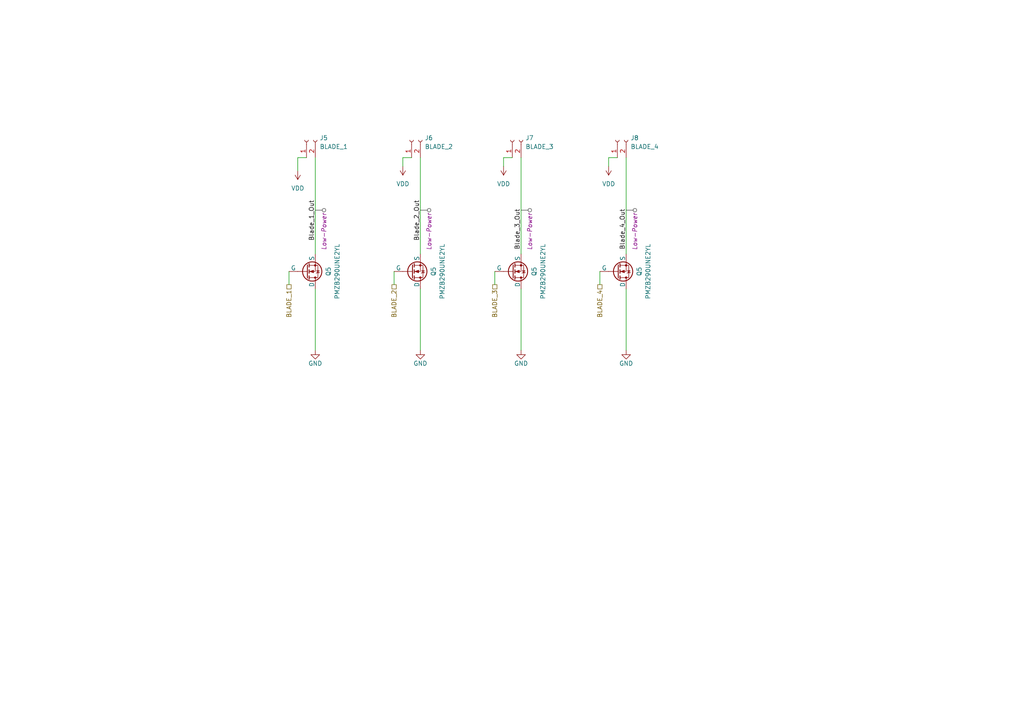
<source format=kicad_sch>
(kicad_sch (version 20230121) (generator eeschema)
  (paper "A4")
  (lib_symbols
    (symbol "Connector:Conn_01x02_Socket" (pin_names (offset 1.016) hide)
      (property "Reference" "J" (at 0 2.54 0))
      (property "Value" "Conn_01x02_Socket" (at 0 -5.08 0))
      (symbol "Conn_01x02_Socket_1_1"
        (arc (start 0 -2.032) (mid -0.5058 -2.54) (end 0 -3.048) (stroke (width 0.1524)))
        (polyline (pts (xy -1.27 -2.54) (xy -0.508 -2.54)) (stroke (width 0.1524)))
        (polyline (pts (xy -1.27 0) (xy -0.508 0)) (stroke (width 0.1524)))
        (arc (start 0 0.508) (mid -0.5058 0) (end 0 -0.508) (stroke (width 0.1524)))
        (pin passive line (at -5.08 0 0) (length 3.81) (name "Pin_1") (number "1"))
        (pin passive line (at -5.08 -2.54 0) (length 3.81) (name "Pin_2") (number "2"))
      )
    )
    (symbol "Simulation_SPICE:NMOS" (pin_numbers hide) (pin_names (offset 0))
      (property "Reference" "Q" (at 5.08 1.27 0))
      (property "Value" "NMOS" (at 5.08 -1.27 0))
      (symbol "NMOS_0_1"
        (polyline (pts (xy 0.254 0) (xy -2.54 0)))
        (polyline (pts (xy 0.254 1.905) (xy 0.254 -1.905)) (stroke (width 0.254)))
        (polyline (pts (xy 0.762 -1.27) (xy 0.762 -2.286)) (stroke (width 0.254)))
        (polyline (pts (xy 0.762 0.508) (xy 0.762 -0.508)) (stroke (width 0.254)))
        (polyline (pts (xy 0.762 2.286) (xy 0.762 1.27)) (stroke (width 0.254)))
        (polyline (pts (xy 2.54 2.54) (xy 2.54 1.778)))
        (polyline (pts (xy 2.54 -2.54) (xy 2.54 0) (xy 0.762 0)))
        (polyline (pts (xy 0.762 -1.778) (xy 3.302 -1.778) (xy 3.302 1.778) (xy 0.762 1.778)))
        (polyline (pts (xy 1.016 0) (xy 2.032 0.381) (xy 2.032 -0.381) (xy 1.016 0)) (fill (type outline)))
        (polyline (pts (xy 2.794 0.508) (xy 2.921 0.381) (xy 3.683 0.381) (xy 3.81 0.254)))
        (polyline (pts (xy 3.302 0.381) (xy 2.921 -0.254) (xy 3.683 -0.254) (xy 3.302 0.381)))
        (circle (center 1.651 0) (radius 2.794) (stroke (width 0.254)))
        (circle (center 2.54 -1.778) (radius 0.254) (fill (type outline)))
        (circle (center 2.54 1.778) (radius 0.254) (fill (type outline)))
      )
      (symbol "NMOS_1_1"
        (pin passive line (at 2.54 5.08 270) (length 2.54) (name "D") (number "1"))
        (pin input line (at -5.08 0 0) (length 2.54) (name "G") (number "2"))
        (pin passive line (at 2.54 -5.08 90) (length 2.54) (name "S") (number "3"))
      )
    )
    (symbol "power:GND" (power) (pin_names (offset 0))
      (property "Value" "GND" (at 0 -3.81 0))
      (symbol "GND_0_1"
        (polyline (pts (xy 0 0) (xy 0 -1.27) (xy 1.27 -1.27) (xy 0 -2.54) (xy -1.27 -1.27) (xy 0 -1.27)))
      )
      (symbol "GND_1_1"
        (pin power_in line (at 0 0 270) (length 0) hide (name "GND") (number "1"))
      )
    )
    (symbol "power:VDD" (power) (pin_names (offset 0))
      (property "Value" "VDD" (at 0 3.81 0))
      (symbol "VDD_0_1"
        (polyline (pts (xy -0.762 1.27) (xy 0 2.54)))
        (polyline (pts (xy 0 0) (xy 0 2.54)))
        (polyline (pts (xy 0 2.54) (xy 0.762 1.27)))
      )
      (symbol "VDD_1_1"
        (pin power_in line (at 0 0 90) (length 0) hide (name "VDD") (number "1"))
      )
    )
  )
  (wire (pts (xy 146.05 45.72) (xy 148.59 45.72)))
  (wire (pts (xy 173.99 78.74) (xy 173.99 82.55)))
  (wire (pts (xy 86.36 45.72) (xy 88.9 45.72)))
  (wire (pts (xy 176.53 48.26) (xy 176.53 45.72)))
  (wire (pts (xy 116.84 48.26) (xy 116.84 45.72)))
  (wire (pts (xy 91.44 83.82) (xy 91.44 101.6)))
  (wire (pts (xy 91.44 45.72) (xy 91.44 73.66)))
  (wire (pts (xy 121.92 83.82) (xy 121.92 101.6)))
  (wire (pts (xy 151.13 45.72) (xy 151.13 73.66)))
  (wire (pts (xy 143.51 78.74) (xy 143.51 82.55)))
  (wire (pts (xy 86.36 49.53) (xy 86.36 45.72)))
  (wire (pts (xy 116.84 45.72) (xy 119.38 45.72)))
  (wire (pts (xy 83.82 78.74) (xy 83.82 82.55)))
  (wire (pts (xy 181.61 83.82) (xy 181.61 101.6)))
  (wire (pts (xy 151.13 83.82) (xy 151.13 101.6)))
  (wire (pts (xy 114.3 78.74) (xy 114.3 82.55)))
  (wire (pts (xy 146.05 48.26) (xy 146.05 45.72)))
  (wire (pts (xy 121.92 45.72) (xy 121.92 73.66)))
  (wire (pts (xy 181.61 45.72) (xy 181.61 73.66)))
  (wire (pts (xy 176.53 45.72) (xy 179.07 45.72)))
  (label "Blade_4_Out" (at 181.61 72.39 90))
  (label "Blade_2_Out" (at 121.92 69.85 90))
  (label "Blade_1_Out" (at 91.44 69.85 90))
  (label "Blade_3_Out" (at 151.13 72.39 90))
  (hierarchical_label "BLADE_1" (shape passive) (at 83.82 82.55 270))
  (hierarchical_label "BLADE_2" (shape passive) (at 114.3 82.55 270))
  (hierarchical_label "BLADE_3" (shape passive) (at 143.51 82.55 270))
  (hierarchical_label "BLADE_4" (shape passive) (at 173.99 82.55 270))
  (netclass_flag "" (length 2.54) (shape round) (at 151.13 60.96 270) (property "Netclass" "Low-Power" (at 153.67 61.6585 90) (effects (font italic) (justify right))))
  (netclass_flag "" (length 2.54) (shape round) (at 91.44 60.96 270) (property "Netclass" "Low-Power" (at 93.98 61.6585 90) (effects (font italic) (justify right))))
  (netclass_flag "" (length 2.54) (shape round) (at 181.61 60.96 270) (property "Netclass" "Low-Power" (at 184.15 61.6585 90) (effects (font italic) (justify right))))
  (netclass_flag "" (length 2.54) (shape round) (at 121.92 60.96 270) (property "Netclass" "Low-Power" (at 124.46 61.6585 90) (effects (font italic) (justify right))))
  (symbol (lib_id "Simulation_SPICE:NMOS") (at 179.07 78.74 0) (mirror x) (unit 1)
    (property "Reference" "Q5" (at 185.42 78.74 90))
    (property "Value" "PMZB290UNE2YL" (at 187.96 78.74 90))
    (property "Footprint" "Package_DFN_QFN:Diodes_DFN1006-3" (effects hide))
    (property "Datasheet" "https://www.mouser.com/datasheet/2/916/PMZB290UNE2-2939118.pdf" (effects hide))
    (property "Sim.Device" "NMOS" (effects hide))
    (property "Sim.Type" "VDMOS" (effects hide))
    (property "JLCPCB Part #" "C547294" (effects hide))
    (property "Manufacturer" "Nexperia" (effects hide))
    (property "Manufacturer_Part_Number" "PMZB290UNE2YL" (effects hide))
    (property "Mouser Part Number" "771-PMZB290UNE2YL " (effects hide))
    (instances (project "system-board" (path "" (reference "Q5") (unit 1)) (path "" (reference "Q8") (unit 1))) (project "stacked-boards" (path "" (reference "Q9") (unit 1))))
  )
  (symbol (lib_id "Simulation_SPICE:NMOS") (at 88.9 78.74 0) (mirror x) (unit 1)
    (property "Reference" "Q5" (at 95.25 78.74 90))
    (property "Value" "PMZB290UNE2YL" (at 97.79 78.74 90))
    (property "Footprint" "Package_DFN_QFN:Diodes_DFN1006-3" (effects hide))
    (property "Datasheet" "https://www.mouser.com/datasheet/2/916/PMZB290UNE2-2939118.pdf" (effects hide))
    (property "Sim.Device" "NMOS" (effects hide))
    (property "Sim.Type" "VDMOS" (effects hide))
    (property "JLCPCB Part #" "C547294" (effects hide))
    (property "Manufacturer" "Nexperia" (effects hide))
    (property "Manufacturer_Part_Number" "PMZB290UNE2YL" (effects hide))
    (property "Mouser Part Number" "771-PMZB290UNE2YL " (effects hide))
    (instances (project "system-board" (path "" (reference "Q5") (unit 1)) (path "" (reference "Q5") (unit 1))) (project "stacked-boards" (path "" (reference "Q9") (unit 1))))
  )
  (symbol (lib_id "power:VDD") (at 146.05 48.26 180) (unit 1)
    (property "Reference" "#PWR051" (effects hide))
    (property "Value" "VDD" (at 146.05 53.34 0))
  )
  (symbol (lib_id "Connector:Conn_01x02_Socket") (at 148.59 40.64 90) (unit 1)
    (property "Reference" "J7" (at 152.4 40.005 90) (effects (justify right)))
    (property "Value" "BLADE_3" (at 152.4 42.545 90) (effects (justify right)))
    (property "Footprint" "Connector_JST:JST_SH_SM02B-SRSS-TB_1x02-1MP_P1.00mm_Horizontal" (effects hide))
  )
  (symbol (lib_id "power:GND") (at 181.61 101.6 0) (unit 1)
    (property "Reference" "#PWR057" (effects hide))
    (property "Value" "GND" (at 181.61 105.41 0))
  )
  (symbol (lib_id "power:GND") (at 151.13 101.6 0) (unit 1)
    (property "Reference" "#PWR056" (effects hide))
    (property "Value" "GND" (at 151.13 105.41 0))
  )
  (symbol (lib_id "Connector:Conn_01x02_Socket") (at 88.9 40.64 90) (unit 1)
    (property "Reference" "J5" (at 92.71 40.005 90) (effects (justify right)))
    (property "Value" "BLADE_1" (at 92.71 42.545 90) (effects (justify right)))
    (property "Footprint" "Connector_JST:JST_SH_SM02B-SRSS-TB_1x02-1MP_P1.00mm_Horizontal" (effects hide))
  )
  (symbol (lib_id "Connector:Conn_01x02_Socket") (at 119.38 40.64 90) (unit 1)
    (property "Reference" "J6" (at 123.19 40.005 90) (effects (justify right)))
    (property "Value" "BLADE_2" (at 123.19 42.545 90) (effects (justify right)))
    (property "Footprint" "Connector_JST:JST_SH_SM02B-SRSS-TB_1x02-1MP_P1.00mm_Horizontal" (effects hide))
  )
  (symbol (lib_id "Connector:Conn_01x02_Socket") (at 179.07 40.64 90) (unit 1)
    (property "Reference" "J8" (at 182.88 40.005 90) (effects (justify right)))
    (property "Value" "BLADE_4" (at 182.88 42.545 90) (effects (justify right)))
    (property "Footprint" "Connector_JST:JST_SH_SM02B-SRSS-TB_1x02-1MP_P1.00mm_Horizontal" (effects hide))
  )
  (symbol (lib_id "Simulation_SPICE:NMOS") (at 148.59 78.74 0) (mirror x) (unit 1)
    (property "Reference" "Q5" (at 154.94 78.74 90))
    (property "Value" "PMZB290UNE2YL" (at 157.48 78.74 90))
    (property "Footprint" "Package_DFN_QFN:Diodes_DFN1006-3" (effects hide))
    (property "Datasheet" "https://www.mouser.com/datasheet/2/916/PMZB290UNE2-2939118.pdf" (effects hide))
    (property "Sim.Device" "NMOS" (effects hide))
    (property "Sim.Type" "VDMOS" (effects hide))
    (property "JLCPCB Part #" "C547294" (effects hide))
    (property "Manufacturer" "Nexperia" (effects hide))
    (property "Manufacturer_Part_Number" "PMZB290UNE2YL" (effects hide))
    (property "Mouser Part Number" "771-PMZB290UNE2YL " (effects hide))
    (instances (project "system-board" (path "" (reference "Q5") (unit 1)) (path "" (reference "Q7") (unit 1))) (project "stacked-boards" (path "" (reference "Q9") (unit 1))))
  )
  (symbol (lib_id "power:VDD") (at 116.84 48.26 180) (unit 1)
    (property "Reference" "#PWR050" (effects hide))
    (property "Value" "VDD" (at 116.84 53.34 0))
  )
  (symbol (lib_id "power:VDD") (at 86.36 49.53 180) (unit 1)
    (property "Reference" "#PWR053" (effects hide))
    (property "Value" "VDD" (at 86.36 54.61 0))
  )
  (symbol (lib_id "power:GND") (at 121.92 101.6 0) (unit 1)
    (property "Reference" "#PWR055" (effects hide))
    (property "Value" "GND" (at 121.92 105.41 0))
  )
  (symbol (lib_id "power:VDD") (at 176.53 48.26 180) (unit 1)
    (property "Reference" "#PWR052" (effects hide))
    (property "Value" "VDD" (at 176.53 53.34 0))
  )
  (symbol (lib_id "power:GND") (at 91.44 101.6 0) (unit 1)
    (property "Reference" "#PWR054" (effects hide))
    (property "Value" "GND" (at 91.44 105.41 0))
  )
  (symbol (lib_id "Simulation_SPICE:NMOS") (at 119.38 78.74 0) (mirror x) (unit 1)
    (property "Reference" "Q5" (at 125.73 78.74 90))
    (property "Value" "PMZB290UNE2YL" (at 128.27 78.74 90))
    (property "Footprint" "Package_DFN_QFN:Diodes_DFN1006-3" (effects hide))
    (property "Datasheet" "https://www.mouser.com/datasheet/2/916/PMZB290UNE2-2939118.pdf" (effects hide))
    (property "Sim.Device" "NMOS" (effects hide))
    (property "Sim.Type" "VDMOS" (effects hide))
    (property "JLCPCB Part #" "C547294" (effects hide))
    (property "Manufacturer" "Nexperia" (effects hide))
    (property "Manufacturer_Part_Number" "PMZB290UNE2YL" (effects hide))
    (property "Mouser Part Number" "771-PMZB290UNE2YL " (effects hide))
    (instances (project "system-board" (path "" (reference "Q5") (unit 1)) (path "" (reference "Q6") (unit 1))) (project "stacked-boards" (path "" (reference "Q9") (unit 1))))
  )
)
</source>
